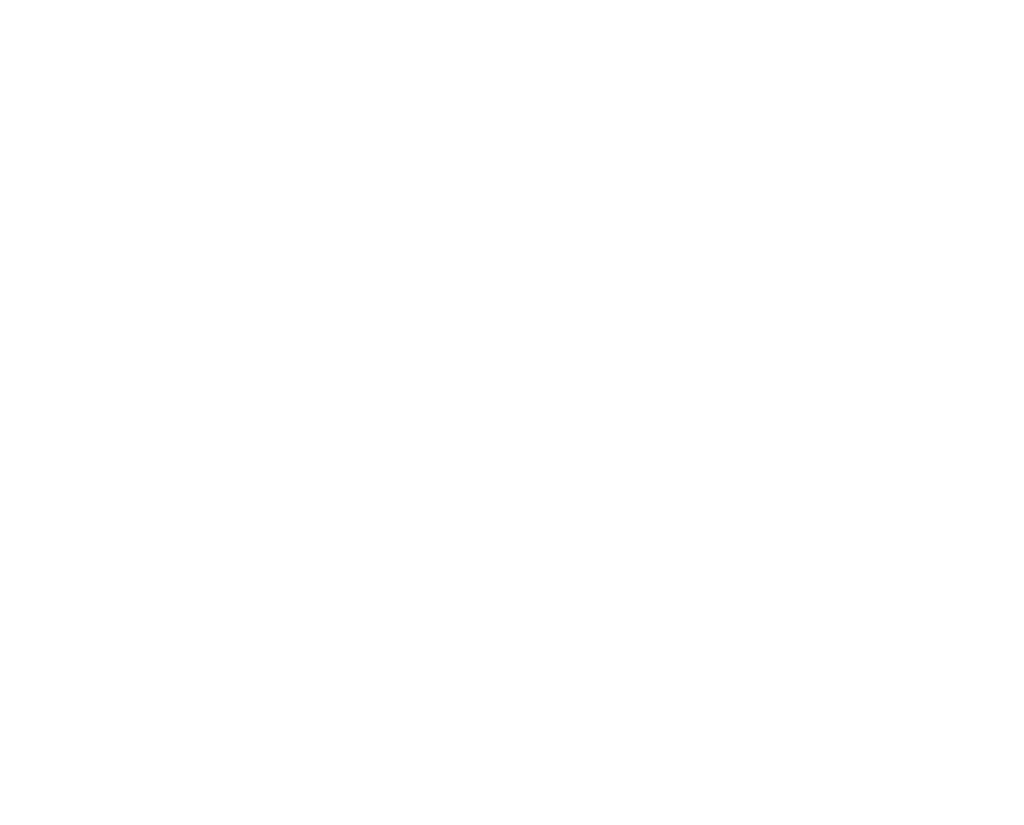
<source format=kicad_pcb>
(kicad_pcb (version 20171130) (host pcbnew "(5.1.6-0)")

  (general
    (thickness 1.6)
    (drawings 41)
    (tracks 0)
    (zones 0)
    (modules 0)
    (nets 1)
  )

  (page A4)
  (layers
    (0 F.Cu signal)
    (31 B.Cu signal)
    (32 B.Adhes user)
    (33 F.Adhes user)
    (34 B.Paste user)
    (35 F.Paste user)
    (36 B.SilkS user)
    (37 F.SilkS user)
    (38 B.Mask user)
    (39 F.Mask user)
    (40 Dwgs.User user)
    (41 Cmts.User user)
    (42 Eco1.User user)
    (43 Eco2.User user)
    (44 Edge.Cuts user)
    (45 Margin user)
    (46 B.CrtYd user)
    (47 F.CrtYd user)
    (48 B.Fab user)
    (49 F.Fab user)
  )

  (setup
    (last_trace_width 0.25)
    (trace_clearance 0.2)
    (zone_clearance 0.508)
    (zone_45_only no)
    (trace_min 0.2)
    (via_size 0.8)
    (via_drill 0.4)
    (via_min_size 0.4)
    (via_min_drill 0.3)
    (uvia_size 0.3)
    (uvia_drill 0.1)
    (uvias_allowed no)
    (uvia_min_size 0.2)
    (uvia_min_drill 0.1)
    (edge_width 0.15)
    (segment_width 0.2)
    (pcb_text_width 0.3)
    (pcb_text_size 1.5 1.5)
    (mod_edge_width 0.15)
    (mod_text_size 1 1)
    (mod_text_width 0.15)
    (pad_size 1.524 1.524)
    (pad_drill 0.762)
    (pad_to_mask_clearance 0.051)
    (solder_mask_min_width 0.25)
    (aux_axis_origin 0 0)
    (visible_elements 7FFFFFFF)
    (pcbplotparams
      (layerselection 0x00100_7ffffffe)
      (usegerberextensions false)
      (usegerberattributes false)
      (usegerberadvancedattributes false)
      (creategerberjobfile false)
      (excludeedgelayer true)
      (linewidth 0.100000)
      (plotframeref false)
      (viasonmask false)
      (mode 1)
      (useauxorigin false)
      (hpglpennumber 1)
      (hpglpenspeed 20)
      (hpglpendiameter 15.000000)
      (psnegative false)
      (psa4output false)
      (plotreference true)
      (plotvalue true)
      (plotinvisibletext false)
      (padsonsilk false)
      (subtractmaskfromsilk false)
      (outputformat 1)
      (mirror false)
      (drillshape 0)
      (scaleselection 1)
      (outputdirectory "../LrTMAX.4lpb/Gerber/"))
  )

  (net 0 "")

  (net_class Default "これはデフォルトのネット クラスです。"
    (clearance 0.2)
    (trace_width 0.25)
    (via_dia 0.8)
    (via_drill 0.4)
    (uvia_dia 0.3)
    (uvia_drill 0.1)
  )

  (gr_circle (center 196.1 44.983773) (end 196.4 45.083773) (layer Dwgs.User) (width 0.15))
  (gr_line (start 182.1 47) (end 185 45) (layer Dwgs.User) (width 0.15))
  (gr_line (start 179.8 45) (end 182.1 47) (layer Dwgs.User) (width 0.15))
  (gr_circle (center 145 145) (end 147.4 145) (layer Dwgs.User) (width 0.15))
  (gr_circle (center 55 145) (end 57.4 145) (layer Dwgs.User) (width 0.15))
  (gr_circle (center 55 55) (end 57.4 55) (layer Dwgs.User) (width 0.15))
  (gr_circle (center 145 55) (end 147.4 55) (layer Dwgs.User) (width 0.15))
  (gr_text LrTMAX (at 204.41412 173.609) (layer Dwgs.User)
    (effects (font (size 3 3) (thickness 0.3)))
  )
  (gr_text 4xR2.0 (at 38.3286 40.5638) (layer Dwgs.User)
    (effects (font (size 1.5 1.5) (thickness 0.3)))
  )
  (gr_line (start 41.8084 41.8084) (end 50.1904 50.2158) (layer Dwgs.User) (width 0.15))
  (gr_line (start 34.3154 41.8592) (end 41.8592 41.8592) (layer Dwgs.User) (width 0.15))
  (gr_arc (start 51.943001 51.968399) (end 51.9938 49.9364) (angle -90) (layer Dwgs.User) (width 0.2) (tstamp 5E237E3E))
  (gr_arc (start 147.980401 52.070001) (end 150.0124 52.1208) (angle -90) (layer Dwgs.User) (width 0.2) (tstamp 5E237E3E))
  (gr_arc (start 147.980399 147.955001) (end 147.9296 149.987) (angle -90) (layer Dwgs.User) (width 0.2) (tstamp 5E237E3E))
  (gr_arc (start 52.069999 147.954999) (end 50.038 147.9042) (angle -90) (layer Dwgs.User) (width 0.2))
  (gr_text 100 (at 27 101.1 90) (layer Dwgs.User)
    (effects (font (size 1.5 1.5) (thickness 0.3)))
  )
  (gr_line (start 30 50) (end 30 150) (layer Dwgs.User) (width 0.2))
  (gr_line (start 25 150) (end 45 150) (layer Dwgs.User) (width 0.2))
  (gr_text 100 (at 97.7 28.6) (layer Dwgs.User)
    (effects (font (size 1.5 1.5) (thickness 0.3)))
  )
  (gr_line (start 50 30) (end 150 30) (layer Dwgs.User) (width 0.2))
  (gr_line (start 150 25) (end 150 45) (layer Dwgs.User) (width 0.2))
  (gr_line (start 50 25) (end 50 45) (layer Dwgs.User) (width 0.2))
  (gr_text "5\n" (at 147.7 156.5) (layer Dwgs.User)
    (effects (font (size 1.5 1.5) (thickness 0.3)))
  )
  (gr_line (start 145 158.1) (end 150 158.1) (layer Dwgs.User) (width 0.2))
  (gr_text 5 (at 41.7 52.7 90) (layer Dwgs.User)
    (effects (font (size 1.5 1.5) (thickness 0.3)))
  )
  (gr_line (start 43.8 50) (end 43.8 54.9) (layer Dwgs.User) (width 0.2))
  (gr_line (start 150 155) (end 150 160) (layer Dwgs.User) (width 0.2))
  (gr_line (start 145 155) (end 145 160) (layer Dwgs.User) (width 0.2))
  (gr_line (start 25 50) (end 45 50) (layer Dwgs.User) (width 0.2))
  (gr_line (start 40 55) (end 45 55) (layer Dwgs.User) (width 0.2))
  (gr_text "4 x 2.7Φ THRU ALL        4.8Φ 90\n" (at 175.5 46) (layer Dwgs.User)
    (effects (font (size 1.5 1.5) (thickness 0.3)))
  )
  (gr_line (start 154.5 47.5) (end 145.2 54.6) (layer Dwgs.User) (width 0.2))
  (gr_line (start 202.5 47.5) (end 154.5 47.5) (layer Dwgs.User) (width 0.2))
  (gr_circle (center 55 145) (end 56.35 145) (layer Dwgs.User) (width 0.2))
  (gr_circle (center 145 145) (end 146.35 145) (layer Dwgs.User) (width 0.2))
  (gr_circle (center 145 55) (end 146.35 55) (layer Dwgs.User) (width 0.2))
  (gr_circle (center 55 55) (end 56.35 55) (layer Dwgs.User) (width 0.2))
  (gr_line (start 50 52) (end 50 148) (layer Dwgs.User) (width 0.2))
  (gr_line (start 52 150) (end 148 150) (layer Dwgs.User) (width 0.2))
  (gr_line (start 150 52) (end 150 148) (layer Dwgs.User) (width 0.2))
  (gr_line (start 52 50) (end 148 50) (layer Dwgs.User) (width 0.2))

)

</source>
